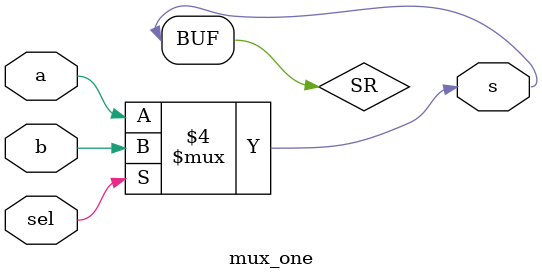
<source format=v>
`timescale 1ns / 1ps
module mux_one (
    input sel,
    input a,
    input b,
    output s
);
    reg SR;
    always @(sel or a or b)
    begin
        if(sel == 1'b0)
        SR=a;
        else
        SR=b;
    end
    assign s=SR;
endmodule

</source>
